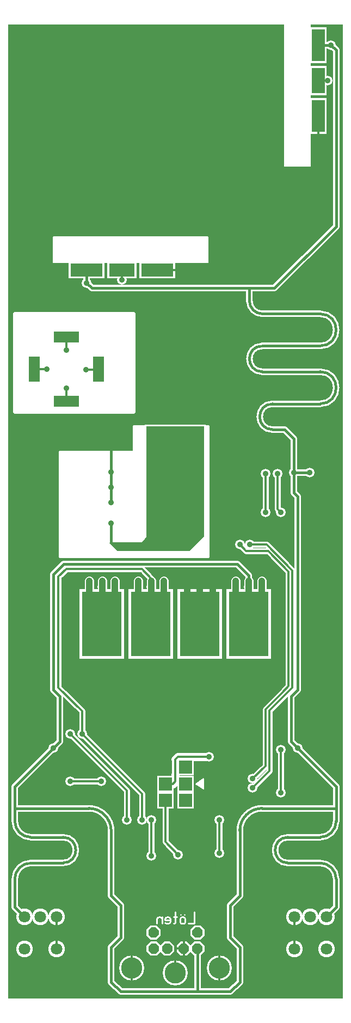
<source format=gbr>
%FSLAX34Y34*%
%MOMM*%
%LNCOPPER_BOTTOM*%
G71*
G01*
%ADD10R, 2.600X4.600*%
%ADD11R, 2.600X5.600*%
%ADD12R, 4.600X2.600*%
%ADD13R, 5.600X2.600*%
%ADD14C, 0.500*%
%ADD15R, 7.000X10.800*%
%ADD16R, 9.600X13.600*%
%ADD17C, 1.900*%
%ADD18C, 1.500*%
%ADD19C, 3.900*%
%ADD20R, 2.600X2.600*%
%ADD21C, 0.200*%
%ADD22C, 0.900*%
%ADD23C, 1.300*%
%ADD24C, 2.900*%
%ADD25C, 1.000*%
%ADD26C, 2.000*%
%ADD27R, 5.200X3.000*%
%ADD28R, 3.000X5.200*%
%ADD29C, 2.600*%
%ADD30C, 0.150*%
%ADD31C, 0.400*%
%ADD32C, 1.400*%
%ADD33C, 0.222*%
%ADD34R, 2.000X4.000*%
%ADD35R, 2.000X5.000*%
%ADD36R, 4.000X2.000*%
%ADD37R, 5.000X2.000*%
%ADD38C, 0.300*%
%ADD39R, 6.200X10.000*%
%ADD40R, 9.000X13.000*%
%ADD41C, 0.900*%
%ADD42C, 3.300*%
%ADD43R, 2.000X2.000*%
%ADD44R, 4.000X1.800*%
%ADD45R, 1.800X4.000*%
%ADD46R, 6.000X7.000*%
%ADD47C, 1.800*%
%LPD*%
G36*
X0Y0D02*
X520000Y0D01*
X520000Y-1515000D01*
X0Y-1515000D01*
X0Y0D01*
G37*
%LPC*%
X482000Y-87000D02*
G54D10*
D03*
X482000Y-142000D02*
G54D11*
D03*
X482000Y-32000D02*
G54D11*
D03*
X177000Y-382000D02*
G54D12*
D03*
X232000Y-382000D02*
G54D13*
D03*
X122000Y-382000D02*
G54D13*
D03*
G36*
X10000Y-450000D02*
X195000Y-450000D01*
X195000Y-603000D01*
X10000Y-603000D01*
X10000Y-450000D01*
G37*
G54D14*
X10000Y-450000D02*
X195000Y-450000D01*
X195000Y-603000D01*
X10000Y-603000D01*
X10000Y-450000D01*
X374300Y-932300D02*
G54D15*
D03*
X298100Y-932300D02*
G54D15*
D03*
X221900Y-932300D02*
G54D15*
D03*
X145700Y-932300D02*
G54D15*
D03*
X260000Y-690000D02*
G54D16*
D03*
X244000Y-1207000D02*
G54D17*
D03*
X276000Y-1207000D02*
G54D18*
D03*
X312000Y-1139000D02*
G54D18*
D03*
X244000Y-1181000D02*
G54D17*
D03*
X276000Y-1181000D02*
G54D17*
D03*
X276000Y-1155000D02*
G54D18*
D03*
G36*
X298565Y-1401000D02*
X305000Y-1407435D01*
X305000Y-1416565D01*
X298565Y-1423000D01*
X289435Y-1423000D01*
X283000Y-1416565D01*
X283000Y-1407435D01*
X289435Y-1401000D01*
X298565Y-1401000D01*
G37*
G36*
X298565Y-1426000D02*
X305000Y-1432435D01*
X305000Y-1441565D01*
X298565Y-1448000D01*
X289435Y-1448000D01*
X283000Y-1441565D01*
X283000Y-1432435D01*
X289435Y-1426000D01*
X298565Y-1426000D01*
G37*
G36*
X230565Y-1426000D02*
X237000Y-1432435D01*
X237000Y-1441565D01*
X230565Y-1448000D01*
X221435Y-1448000D01*
X215000Y-1441565D01*
X215000Y-1432435D01*
X221435Y-1426000D01*
X230565Y-1426000D01*
G37*
G36*
X230565Y-1401000D02*
X237000Y-1407435D01*
X237000Y-1416565D01*
X230565Y-1423000D01*
X221435Y-1423000D01*
X215000Y-1416565D01*
X215000Y-1407435D01*
X221435Y-1401000D01*
X230565Y-1401000D01*
G37*
G36*
X251565Y-1426000D02*
X258000Y-1432435D01*
X258000Y-1441565D01*
X251565Y-1448000D01*
X242435Y-1448000D01*
X236000Y-1441565D01*
X236000Y-1432435D01*
X242435Y-1426000D01*
X251565Y-1426000D01*
G37*
G36*
X277565Y-1426000D02*
X284000Y-1432435D01*
X284000Y-1441565D01*
X277565Y-1448000D01*
X268435Y-1448000D01*
X262000Y-1441565D01*
X262000Y-1432435D01*
X268435Y-1426000D01*
X277565Y-1426000D01*
G37*
X260000Y-1475000D02*
G54D19*
D03*
X328000Y-1467000D02*
G54D19*
D03*
X192000Y-1467000D02*
G54D19*
D03*
X264000Y-1291000D02*
G54D18*
D03*
X244000Y-1207000D02*
G54D20*
D03*
X276000Y-1207000D02*
G54D20*
D03*
X244000Y-1181000D02*
G54D20*
D03*
X276000Y-1181000D02*
G54D20*
D03*
X276000Y-1155000D02*
G54D20*
D03*
G36*
X292000Y-1181000D02*
X304000Y-1173000D01*
X304000Y-1189000D01*
X292000Y-1181000D01*
G37*
G54D21*
X292000Y-1181000D02*
X304000Y-1173000D01*
X304000Y-1189000D01*
X292000Y-1181000D01*
X328000Y-1289000D02*
G54D18*
D03*
X222000Y-1293000D02*
G54D18*
D03*
X328000Y-1237000D02*
G54D18*
D03*
X222000Y-1237000D02*
G54D18*
D03*
G54D22*
X328000Y-1237000D02*
X328000Y-1289000D01*
G54D23*
X244000Y-1181000D02*
X256000Y-1181000D01*
X260000Y-1177000D01*
X260000Y-1143000D01*
X264000Y-1139000D01*
X312000Y-1139000D01*
X468636Y-696999D02*
G54D18*
D03*
X160000Y-776000D02*
G54D24*
D03*
G54D25*
X294000Y-1437000D02*
X294000Y-1504000D01*
G54D25*
G75*
G01X160000Y-1254000D02*
G03X125000Y-1219000I-35000J0D01*
G01*
G54D25*
G75*
G01X395000Y-1219000D02*
G03X360000Y-1254000I0J-35000D01*
G01*
X115000Y-1103500D02*
G54D18*
D03*
X96000Y-1103500D02*
G54D18*
D03*
X96000Y-1177000D02*
G54D18*
D03*
X208000Y-1237000D02*
G54D18*
D03*
X184000Y-1237000D02*
G54D18*
D03*
X70000Y-1125500D02*
G54D18*
D03*
X376000Y-809000D02*
G54D18*
D03*
X360000Y-809000D02*
G54D18*
D03*
X380000Y-1173000D02*
G54D18*
D03*
X380000Y-1187000D02*
G54D18*
D03*
G54D25*
X80000Y-1093000D02*
X80000Y-1045000D01*
X70000Y-1035000D01*
X70000Y-855000D01*
X86000Y-839000D01*
G54D25*
X374300Y-920000D02*
X374300Y-857300D01*
X356000Y-839000D01*
X86000Y-839000D01*
G54D22*
X244000Y-1207000D02*
X244000Y-1271000D01*
X264000Y-1291000D01*
G54D22*
X222000Y-1237000D02*
X222000Y-1293000D01*
G54D26*
X160000Y-776000D02*
X160000Y-805000D01*
X170000Y-815000D01*
X250000Y-815000D01*
X260000Y-805000D01*
X260000Y-690000D01*
X90000Y-486000D02*
G54D27*
D03*
X90000Y-586000D02*
G54D27*
D03*
X140000Y-536000D02*
G54D28*
D03*
X40000Y-536000D02*
G54D28*
D03*
X424000Y-759000D02*
G54D18*
D03*
X419000Y-699000D02*
G54D18*
D03*
G54D22*
X419000Y-699000D02*
X419000Y-754000D01*
X424000Y-759000D01*
G54D22*
X360000Y-809000D02*
X370000Y-819000D01*
X404000Y-819000D01*
X436000Y-851000D01*
X436000Y-1029000D01*
X426000Y-1039000D01*
G54D22*
X376000Y-809000D02*
X402000Y-809000D01*
X442000Y-849000D01*
X442000Y-1031000D01*
X432000Y-1041000D01*
G54D22*
X380000Y-1187000D02*
X406000Y-1161000D01*
X406000Y-1067000D01*
X432000Y-1041000D01*
G54D22*
X380000Y-1173000D02*
X400000Y-1153000D01*
X400000Y-1065000D01*
X426000Y-1039000D01*
G54D25*
G75*
G01X395073Y-500000D02*
G03X395073Y-540000I0J-20000D01*
G01*
G54D25*
G75*
G01X485000Y-590000D02*
G03X485000Y-540000I0J25000D01*
G01*
G54D25*
X395073Y-540000D02*
X485000Y-540000D01*
G54D25*
G75*
G01X411073Y-590000D02*
G03X411073Y-630000I0J-20000D01*
G01*
G54D25*
X485000Y-590000D02*
X411073Y-590000D01*
X122000Y-402000D02*
G54D18*
D03*
X177000Y-397000D02*
G54D18*
D03*
X497000Y-87000D02*
G54D18*
D03*
X502000Y-32000D02*
G54D18*
D03*
G54D25*
X510000Y-314000D02*
X510000Y-40000D01*
X502000Y-32000D01*
G54D25*
X502000Y-32000D02*
X482000Y-32000D01*
G54D25*
X414000Y-410000D02*
X130000Y-410000D01*
X122000Y-402000D01*
G54D25*
X122000Y-382000D02*
X122000Y-402000D01*
G54D22*
X177000Y-397000D02*
X177000Y-382000D01*
G54D22*
X482000Y-87000D02*
X497000Y-87000D01*
X120629Y-536521D02*
G54D18*
D03*
X260000Y-746000D02*
G54D24*
D03*
G54D25*
X450000Y-1035000D02*
X440000Y-1045000D01*
X440000Y-1093000D01*
X25000Y-1437500D02*
G54D29*
D03*
X75000Y-1437500D02*
G54D29*
D03*
X50000Y-1387500D02*
G54D29*
D03*
X25000Y-1387500D02*
G54D29*
D03*
X75000Y-1387500D02*
G54D29*
D03*
G54D25*
G75*
G01X10000Y-1239000D02*
G03X35000Y-1264000I25000J0D01*
G01*
G54D25*
G75*
G01X84927Y-1304000D02*
G03X84927Y-1264000I0J20000D01*
G01*
G54D25*
X84927Y-1304000D02*
X35000Y-1304000D01*
G54D25*
X84927Y-1264000D02*
X35000Y-1264000D01*
G54D25*
G75*
G01X35000Y-1304000D02*
G03X10000Y-1329000I0J-25000D01*
G01*
G54D25*
X10000Y-1329000D02*
X10000Y-1372500D01*
X25000Y-1387500D01*
G54D25*
X10000Y-1239000D02*
X10000Y-1219000D01*
X125000Y-1219000D01*
X144800Y-1177000D02*
G54D18*
D03*
G54D22*
X144800Y-1177000D02*
X96000Y-1177000D01*
G54D25*
X80000Y-1093000D02*
X80000Y-1115500D01*
X70000Y-1125500D01*
X10000Y-1185500D01*
X10000Y-1219000D01*
G54D22*
X184000Y-1237000D02*
X184000Y-1191500D01*
X96000Y-1103500D01*
G54D22*
X221900Y-940000D02*
X221900Y-860900D01*
X208000Y-847000D01*
X90000Y-847000D01*
X78000Y-859000D01*
X78000Y-1031000D01*
X115000Y-1068000D01*
X115000Y-1103500D01*
G54D22*
X208000Y-1237000D02*
X208000Y-1196500D01*
X115000Y-1103500D01*
X495000Y-1437500D02*
G54D29*
D03*
X445000Y-1437500D02*
G54D29*
D03*
X470000Y-1387500D02*
G54D29*
D03*
X495000Y-1387500D02*
G54D29*
D03*
X445000Y-1387500D02*
G54D29*
D03*
G54D25*
G75*
G01X485000Y-1264000D02*
G03X510000Y-1239000I0J25000D01*
G01*
G54D25*
G75*
G01X435073Y-1264000D02*
G03X435073Y-1304000I0J-20000D01*
G01*
G54D25*
X435073Y-1304000D02*
X485000Y-1304000D01*
G54D25*
X435073Y-1264000D02*
X485000Y-1264000D01*
G54D25*
G75*
G01X510000Y-1329000D02*
G03X485000Y-1304000I-25000J0D01*
G01*
G54D25*
X510000Y-1329000D02*
X510000Y-1372500D01*
X495000Y-1387500D01*
G54D25*
X510000Y-1239000D02*
X510000Y-1219000D01*
X395000Y-1219000D01*
G54D25*
X440000Y-1093000D02*
X440000Y-1115500D01*
X450000Y-1125500D01*
X510000Y-1185500D01*
X510000Y-1219000D01*
X424000Y-1194768D02*
G54D18*
D03*
X424000Y-1127500D02*
G54D18*
D03*
G54D22*
X424000Y-1127500D02*
X424000Y-1194768D01*
X450000Y-1125500D02*
G54D18*
D03*
X444000Y-697000D02*
G54D18*
D03*
X222000Y-875000D02*
G54D18*
D03*
G54D22*
X146100Y-940000D02*
X146000Y-939900D01*
X146000Y-875000D01*
X146000Y-875000D02*
G54D18*
D03*
X374000Y-875000D02*
G54D18*
D03*
X400000Y-759000D02*
G54D18*
D03*
X400000Y-699000D02*
G54D18*
D03*
G54D22*
X400000Y-699000D02*
X400000Y-754000D01*
X400000Y-759000D01*
G36*
X470000Y-220000D02*
X470000Y0D01*
X430000Y0D01*
X430000Y-220000D01*
X470000Y-220000D01*
G37*
G54D30*
X470000Y-220000D02*
X470000Y0D01*
X430000Y0D01*
X430000Y-220000D01*
X470000Y-220000D01*
G54D25*
X414000Y-410000D02*
X510000Y-314000D01*
G36*
X70000Y-370000D02*
X310000Y-370000D01*
X310000Y-330000D01*
X70000Y-330000D01*
X70000Y-370000D01*
G37*
G54D30*
X70000Y-370000D02*
X310000Y-370000D01*
X310000Y-330000D01*
X70000Y-330000D01*
X70000Y-370000D01*
G36*
X80000Y-665000D02*
X195000Y-665000D01*
X195000Y-625000D01*
X310000Y-625000D01*
X310000Y-827000D01*
X80000Y-827000D01*
X80000Y-665000D01*
G37*
G54D31*
X80000Y-665000D02*
X195000Y-665000D01*
X195000Y-625000D01*
X310000Y-625000D01*
X310000Y-827000D01*
X80000Y-827000D01*
X80000Y-665000D01*
G54D25*
X450000Y-1035000D02*
X450000Y-734000D01*
X444000Y-728000D01*
X444000Y-674000D01*
G54D25*
X395073Y-500000D02*
X485000Y-500000D01*
G54D25*
G75*
G01X375073Y-430000D02*
G03X395073Y-450000I20000J0D01*
G01*
G54D25*
G75*
G01X485000Y-500000D02*
G03X485000Y-450000I0J25000D01*
G01*
G54D25*
X395073Y-450000D02*
X485000Y-450000D01*
G54D25*
X375073Y-430000D02*
X375073Y-410073D01*
X375000Y-410000D01*
G54D25*
X411073Y-630000D02*
X430000Y-630000D01*
X444000Y-644000D01*
X444000Y-674000D01*
G54D25*
X468636Y-696999D02*
X444000Y-697000D01*
G54D25*
X160000Y-1254000D02*
X160000Y-1355000D01*
X175000Y-1370000D01*
X175000Y-1420000D01*
X160000Y-1435000D01*
X160000Y-1489000D01*
X175000Y-1504000D01*
X345000Y-1504000D01*
X360000Y-1489000D01*
X360000Y-1435000D01*
X345000Y-1420000D01*
X345000Y-1370000D01*
X360000Y-1355000D01*
X360000Y-1250000D01*
G36*
X216000Y-754000D02*
X304000Y-754000D01*
X304000Y-796000D01*
X282000Y-818000D01*
X170000Y-818000D01*
X158000Y-806000D01*
X208000Y-806000D01*
X216000Y-798000D01*
X216000Y-754000D01*
G37*
G54D25*
X216000Y-754000D02*
X304000Y-754000D01*
X304000Y-796000D01*
X282000Y-818000D01*
X170000Y-818000D01*
X158000Y-806000D01*
X208000Y-806000D01*
X216000Y-798000D01*
X216000Y-754000D01*
G54D32*
X354000Y-865000D02*
X354000Y-885000D01*
G54D32*
X394000Y-865000D02*
X394000Y-885000D01*
G54D32*
X374000Y-865000D02*
X374000Y-885000D01*
G54D32*
X202000Y-865000D02*
X202000Y-885000D01*
G54D32*
X242000Y-865000D02*
X242000Y-885000D01*
G54D32*
X222000Y-865000D02*
X222000Y-885000D01*
G54D32*
X126000Y-865000D02*
X126000Y-885000D01*
G54D32*
X166000Y-865000D02*
X166000Y-885000D01*
G54D32*
X146000Y-865000D02*
X146000Y-885000D01*
X90000Y-566000D02*
G54D18*
D03*
G54D22*
X90000Y-566000D02*
X90000Y-586000D01*
G54D22*
X140629Y-536521D02*
X120629Y-536521D01*
G54D33*
X289222Y-1380222D02*
X289222Y-1398000D01*
X279888Y-1398000D01*
G54D33*
X273666Y-1384666D02*
X273666Y-1384666D01*
G54D33*
X268333Y-1384666D02*
X268333Y-1384666D01*
G54D33*
X267000Y-1395334D02*
X267000Y-1390889D01*
X268333Y-1388666D01*
X271000Y-1388000D01*
X273666Y-1388666D01*
X275000Y-1390889D01*
X275000Y-1395334D01*
X273666Y-1397556D01*
X271000Y-1398000D01*
X268333Y-1397556D01*
X267000Y-1395334D01*
G54D33*
X259444Y-1380222D02*
X259444Y-1396889D01*
X258111Y-1398000D01*
X256777Y-1397556D01*
G54D33*
X262111Y-1388000D02*
X256777Y-1388000D01*
G54D33*
X243889Y-1396889D02*
X246022Y-1398000D01*
X248689Y-1398000D01*
X251355Y-1396889D01*
X251889Y-1394666D01*
X251889Y-1390889D01*
X250555Y-1388666D01*
X247889Y-1388000D01*
X245222Y-1388666D01*
X243889Y-1390222D01*
X243889Y-1392444D01*
X251889Y-1392444D01*
G54D33*
X239000Y-1398000D02*
X239000Y-1388000D01*
G54D33*
X239000Y-1390222D02*
X237666Y-1388666D01*
X235000Y-1388000D01*
X232333Y-1388666D01*
X231000Y-1390222D01*
X231000Y-1398000D01*
%LPD*%
X482000Y-87000D02*
G54D34*
D03*
X482000Y-142000D02*
G54D35*
D03*
X482000Y-32000D02*
G54D35*
D03*
X177000Y-382000D02*
G54D36*
D03*
X232000Y-382000D02*
G54D37*
D03*
X122000Y-382000D02*
G54D37*
D03*
G54D38*
X266000Y-382000D02*
X232000Y-382000D01*
X374300Y-932300D02*
G54D39*
D03*
X298100Y-932300D02*
G54D39*
D03*
X221900Y-932300D02*
G54D39*
D03*
X145700Y-932300D02*
G54D39*
D03*
X260000Y-690000D02*
G54D40*
D03*
X244000Y-1207000D02*
G54D41*
D03*
X276000Y-1207000D02*
G54D41*
D03*
X312000Y-1139000D02*
G54D41*
D03*
X244000Y-1181000D02*
G54D41*
D03*
X276000Y-1181000D02*
G54D41*
D03*
X244000Y-1155000D02*
G54D41*
D03*
X276000Y-1155000D02*
G54D41*
D03*
G36*
X297320Y-1404000D02*
X302000Y-1408680D01*
X302000Y-1415320D01*
X297320Y-1420000D01*
X290680Y-1420000D01*
X286000Y-1415320D01*
X286000Y-1408680D01*
X290680Y-1404000D01*
X297320Y-1404000D01*
G37*
G36*
X297320Y-1429000D02*
X302000Y-1433680D01*
X302000Y-1440320D01*
X297320Y-1445000D01*
X290680Y-1445000D01*
X286000Y-1440320D01*
X286000Y-1433680D01*
X290680Y-1429000D01*
X297320Y-1429000D01*
G37*
G36*
X229320Y-1429000D02*
X234000Y-1433680D01*
X234000Y-1440320D01*
X229320Y-1445000D01*
X222680Y-1445000D01*
X218000Y-1440320D01*
X218000Y-1433680D01*
X222680Y-1429000D01*
X229320Y-1429000D01*
G37*
G36*
X229320Y-1404000D02*
X234000Y-1408680D01*
X234000Y-1415320D01*
X229320Y-1420000D01*
X222680Y-1420000D01*
X218000Y-1415320D01*
X218000Y-1408680D01*
X222680Y-1404000D01*
X229320Y-1404000D01*
G37*
G36*
X250320Y-1429000D02*
X255000Y-1433680D01*
X255000Y-1440320D01*
X250320Y-1445000D01*
X243680Y-1445000D01*
X239000Y-1440320D01*
X239000Y-1433680D01*
X243680Y-1429000D01*
X250320Y-1429000D01*
G37*
G36*
X276320Y-1429000D02*
X281000Y-1433680D01*
X281000Y-1440320D01*
X276320Y-1445000D01*
X269680Y-1445000D01*
X265000Y-1440320D01*
X265000Y-1433680D01*
X269680Y-1429000D01*
X276320Y-1429000D01*
G37*
X260000Y-1475000D02*
G54D42*
D03*
X328000Y-1467000D02*
G54D42*
D03*
X192000Y-1467000D02*
G54D42*
D03*
G54D38*
X273000Y-1437000D02*
X260000Y-1437000D01*
X264000Y-1291000D02*
G54D41*
D03*
X244000Y-1207000D02*
G54D43*
D03*
X276000Y-1207000D02*
G54D43*
D03*
X244000Y-1181000D02*
G54D43*
D03*
X276000Y-1181000D02*
G54D43*
D03*
X244000Y-1155000D02*
G54D43*
D03*
X276000Y-1155000D02*
G54D43*
D03*
G54D38*
X328000Y-1442000D02*
X328000Y-1488726D01*
G54D38*
X260000Y-1450000D02*
X260000Y-1475000D01*
G54D38*
X192000Y-1442000D02*
X192000Y-1488726D01*
G54D38*
X273000Y-1423000D02*
X273000Y-1451500D01*
X328000Y-1289000D02*
G54D41*
D03*
X222000Y-1293000D02*
G54D41*
D03*
X328000Y-1237000D02*
G54D41*
D03*
X222000Y-1237000D02*
G54D41*
D03*
G54D38*
X328000Y-1237000D02*
X328000Y-1289000D01*
G54D38*
X244000Y-1181000D02*
X256000Y-1181000D01*
X260000Y-1177000D01*
X260000Y-1143000D01*
X264000Y-1139000D01*
X312000Y-1139000D01*
X344000Y-1177000D02*
G54D41*
D03*
G54D38*
X298100Y-940000D02*
X298000Y-939900D01*
X298000Y-875000D01*
X468636Y-696999D02*
G54D41*
D03*
X468636Y-652999D02*
G54D41*
D03*
X159966Y-719694D02*
G54D41*
D03*
X159966Y-695694D02*
G54D41*
D03*
X159966Y-743694D02*
G54D41*
D03*
X160000Y-776000D02*
G54D41*
D03*
G54D31*
X294000Y-1437000D02*
X294000Y-1504000D01*
G54D31*
G75*
G01X160000Y-1254000D02*
G03X125000Y-1219000I-35000J0D01*
G01*
G54D31*
G75*
G01X395000Y-1219000D02*
G03X360000Y-1254000I0J-35000D01*
G01*
G54D38*
X482000Y-176000D02*
X482000Y-142000D01*
X115000Y-1103500D02*
G54D41*
D03*
X96000Y-1103500D02*
G54D41*
D03*
X96000Y-1177000D02*
G54D41*
D03*
X208000Y-1237000D02*
G54D41*
D03*
X184000Y-1237000D02*
G54D41*
D03*
X70000Y-1125500D02*
G54D41*
D03*
X376000Y-809000D02*
G54D41*
D03*
X360000Y-809000D02*
G54D41*
D03*
X380000Y-1173000D02*
G54D41*
D03*
X380000Y-1187000D02*
G54D41*
D03*
X292000Y-1289000D02*
G54D41*
D03*
G54D31*
X80000Y-1093000D02*
X80000Y-1045000D01*
X70000Y-1035000D01*
X70000Y-855000D01*
X86000Y-839000D01*
G54D31*
X374300Y-920000D02*
X374300Y-857300D01*
X356000Y-839000D01*
X86000Y-839000D01*
G54D38*
X244000Y-1207000D02*
X244000Y-1271000D01*
X264000Y-1291000D01*
G54D38*
X222000Y-1237000D02*
X222000Y-1293000D01*
G54D31*
X159966Y-743694D02*
X160000Y-743694D01*
X160000Y-660000D01*
G54D31*
X160000Y-776000D02*
X160000Y-805000D01*
X170000Y-815000D01*
X250000Y-815000D01*
X260000Y-805000D01*
X260000Y-690000D01*
X90000Y-486000D02*
G54D44*
D03*
X90000Y-586000D02*
G54D44*
D03*
X140000Y-536000D02*
G54D45*
D03*
X40000Y-536000D02*
G54D45*
D03*
G54D38*
X40000Y-536000D02*
X40000Y-553000D01*
X424000Y-759000D02*
G54D41*
D03*
X419000Y-699000D02*
G54D41*
D03*
G54D38*
X419000Y-699000D02*
X419000Y-754000D01*
X424000Y-759000D01*
G54D38*
X360000Y-809000D02*
X370000Y-819000D01*
X404000Y-819000D01*
X436000Y-851000D01*
X436000Y-1029000D01*
X426000Y-1039000D01*
G54D38*
X376000Y-809000D02*
X402000Y-809000D01*
X442000Y-849000D01*
X442000Y-1031000D01*
X432000Y-1041000D01*
G54D38*
X380000Y-1187000D02*
X406000Y-1161000D01*
X406000Y-1067000D01*
X432000Y-1041000D01*
G54D38*
X380000Y-1173000D02*
X400000Y-1153000D01*
X400000Y-1065000D01*
X426000Y-1039000D01*
G54D31*
G75*
G01X395073Y-500000D02*
G03X395073Y-540000I0J-20000D01*
G01*
G54D31*
G75*
G01X485000Y-590000D02*
G03X485000Y-540000I0J25000D01*
G01*
G54D31*
X395073Y-540000D02*
X485000Y-540000D01*
G54D31*
G75*
G01X411073Y-590000D02*
G03X411073Y-630000I0J-20000D01*
G01*
G54D31*
X485000Y-590000D02*
X411073Y-590000D01*
X122000Y-402000D02*
G54D41*
D03*
X177000Y-397000D02*
G54D41*
D03*
X497000Y-87000D02*
G54D41*
D03*
X502000Y-32000D02*
G54D41*
D03*
G54D31*
X510000Y-314000D02*
X510000Y-40000D01*
X502000Y-32000D01*
G54D31*
X502000Y-32000D02*
X482000Y-32000D01*
G54D31*
X414000Y-410000D02*
X130000Y-410000D01*
X122000Y-402000D01*
G54D31*
X122000Y-382000D02*
X122000Y-402000D01*
G54D38*
X177000Y-397000D02*
X177000Y-382000D01*
G54D38*
X482000Y-87000D02*
X497000Y-87000D01*
X266000Y-382000D02*
G54D41*
D03*
X482000Y-176000D02*
G54D41*
D03*
X60000Y-536000D02*
G54D41*
D03*
X120629Y-536521D02*
G54D41*
D03*
X260000Y-746000D02*
G54D41*
D03*
X260000Y-1335000D02*
G54D46*
D03*
X298000Y-875000D02*
G54D41*
D03*
G54D31*
X450000Y-1035000D02*
X440000Y-1045000D01*
X440000Y-1093000D01*
X25000Y-1437500D02*
G54D47*
D03*
X75000Y-1437500D02*
G54D47*
D03*
X50000Y-1387500D02*
G54D47*
D03*
X25000Y-1387500D02*
G54D47*
D03*
X75000Y-1387500D02*
G54D47*
D03*
G54D38*
X75000Y-1437500D02*
X75000Y-1387500D01*
G54D31*
G75*
G01X10000Y-1239000D02*
G03X35000Y-1264000I25000J0D01*
G01*
G54D31*
G75*
G01X84927Y-1304000D02*
G03X84927Y-1264000I0J20000D01*
G01*
G54D31*
X84927Y-1304000D02*
X35000Y-1304000D01*
G54D31*
X84927Y-1264000D02*
X35000Y-1264000D01*
G54D31*
G75*
G01X35000Y-1304000D02*
G03X10000Y-1329000I0J-25000D01*
G01*
G54D31*
X10000Y-1329000D02*
X10000Y-1372500D01*
X25000Y-1387500D01*
G54D31*
X10000Y-1239000D02*
X10000Y-1219000D01*
X125000Y-1219000D01*
X144800Y-1177000D02*
G54D41*
D03*
G54D38*
X144800Y-1177000D02*
X96000Y-1177000D01*
G54D31*
X80000Y-1093000D02*
X80000Y-1115500D01*
X70000Y-1125500D01*
X10000Y-1185500D01*
X10000Y-1219000D01*
G54D38*
X184000Y-1237000D02*
X184000Y-1191500D01*
X96000Y-1103500D01*
G54D38*
X221900Y-940000D02*
X221900Y-860900D01*
X208000Y-847000D01*
X90000Y-847000D01*
X78000Y-859000D01*
X78000Y-1031000D01*
X115000Y-1068000D01*
X115000Y-1103500D01*
G54D38*
X208000Y-1237000D02*
X208000Y-1196500D01*
X115000Y-1103500D01*
X495000Y-1437500D02*
G54D47*
D03*
X445000Y-1437500D02*
G54D47*
D03*
X470000Y-1387500D02*
G54D47*
D03*
X495000Y-1387500D02*
G54D47*
D03*
X445000Y-1387500D02*
G54D47*
D03*
G54D38*
X445000Y-1437500D02*
X445000Y-1387500D01*
G54D31*
G75*
G01X485000Y-1264000D02*
G03X510000Y-1239000I0J25000D01*
G01*
G54D31*
G75*
G01X435073Y-1264000D02*
G03X435073Y-1304000I0J-20000D01*
G01*
G54D31*
X435073Y-1304000D02*
X485000Y-1304000D01*
G54D31*
X435073Y-1264000D02*
X485000Y-1264000D01*
G54D31*
G75*
G01X510000Y-1329000D02*
G03X485000Y-1304000I-25000J0D01*
G01*
G54D31*
X510000Y-1329000D02*
X510000Y-1372500D01*
X495000Y-1387500D01*
G54D31*
X510000Y-1239000D02*
X510000Y-1219000D01*
X395000Y-1219000D01*
G54D31*
X440000Y-1093000D02*
X440000Y-1115500D01*
X450000Y-1125500D01*
X510000Y-1185500D01*
X510000Y-1219000D01*
X424000Y-1194768D02*
G54D41*
D03*
X424000Y-1127500D02*
G54D41*
D03*
G54D38*
X424000Y-1127500D02*
X424000Y-1194768D01*
X409500Y-749000D02*
G54D41*
D03*
X450000Y-1125500D02*
G54D41*
D03*
X444000Y-697000D02*
G54D41*
D03*
X222000Y-875000D02*
G54D41*
D03*
G54D38*
X146100Y-940000D02*
X146000Y-939900D01*
X146000Y-875000D01*
X146000Y-875000D02*
G54D41*
D03*
X374000Y-875000D02*
G54D41*
D03*
X22000Y-1155500D02*
G54D41*
D03*
X40000Y-1173500D02*
G54D41*
D03*
X498000Y-1155500D02*
G54D41*
D03*
X480000Y-1173500D02*
G54D41*
D03*
X422000Y-381000D02*
G54D41*
D03*
X406000Y-365000D02*
G54D41*
D03*
X400000Y-759000D02*
G54D41*
D03*
X400000Y-699000D02*
G54D41*
D03*
G54D38*
X400000Y-699000D02*
X400000Y-754000D01*
X400000Y-759000D01*
G54D31*
X414000Y-410000D02*
X510000Y-314000D01*
X443000Y-402000D02*
G54D41*
D03*
G54D31*
X450000Y-1035000D02*
X450000Y-734000D01*
X444000Y-728000D01*
X444000Y-674000D01*
G54D31*
X395073Y-500000D02*
X485000Y-500000D01*
G54D31*
G75*
G01X375073Y-430000D02*
G03X395073Y-450000I20000J0D01*
G01*
G54D31*
G75*
G01X485000Y-500000D02*
G03X485000Y-450000I0J25000D01*
G01*
G54D31*
X395073Y-450000D02*
X485000Y-450000D01*
G54D31*
X375073Y-430000D02*
X375073Y-410073D01*
X375000Y-410000D01*
G54D31*
X411073Y-630000D02*
X430000Y-630000D01*
X444000Y-644000D01*
X444000Y-674000D01*
G54D31*
X468636Y-696999D02*
X444000Y-697000D01*
G54D31*
X160000Y-1254000D02*
X160000Y-1355000D01*
X175000Y-1370000D01*
X175000Y-1420000D01*
X160000Y-1435000D01*
X160000Y-1489000D01*
X175000Y-1504000D01*
X345000Y-1504000D01*
X360000Y-1489000D01*
X360000Y-1435000D01*
X345000Y-1420000D01*
X345000Y-1370000D01*
X360000Y-1355000D01*
X360000Y-1250000D01*
G36*
X216000Y-754000D02*
X304000Y-754000D01*
X304000Y-796000D01*
X282000Y-818000D01*
X170000Y-818000D01*
X158000Y-806000D01*
X208000Y-806000D01*
X216000Y-798000D01*
X216000Y-754000D01*
G37*
G54D21*
X216000Y-754000D02*
X304000Y-754000D01*
X304000Y-796000D01*
X282000Y-818000D01*
X170000Y-818000D01*
X158000Y-806000D01*
X208000Y-806000D01*
X216000Y-798000D01*
X216000Y-754000D01*
G54D25*
X278000Y-865000D02*
X278000Y-885000D01*
G54D25*
X318000Y-865000D02*
X318000Y-885000D01*
G54D25*
X298000Y-865000D02*
X298000Y-885000D01*
G54D25*
X354000Y-865000D02*
X354000Y-885000D01*
G54D25*
X394000Y-865000D02*
X394000Y-885000D01*
G54D25*
X374000Y-865000D02*
X374000Y-885000D01*
G54D25*
X202000Y-865000D02*
X202000Y-885000D01*
G54D25*
X242000Y-865000D02*
X242000Y-885000D01*
G54D25*
X222000Y-865000D02*
X222000Y-885000D01*
G54D25*
X126000Y-865000D02*
X126000Y-885000D01*
G54D25*
X166000Y-865000D02*
X166000Y-885000D01*
G54D25*
X146000Y-865000D02*
X146000Y-885000D01*
X90000Y-506000D02*
G54D41*
D03*
X90000Y-566000D02*
G54D41*
D03*
G54D38*
X90000Y-566000D02*
X90000Y-586000D01*
G54D38*
X60000Y-536000D02*
X40000Y-536000D01*
G54D38*
X90000Y-506000D02*
X90000Y-486000D01*
G54D38*
X140629Y-536521D02*
X120629Y-536521D01*
M02*

</source>
